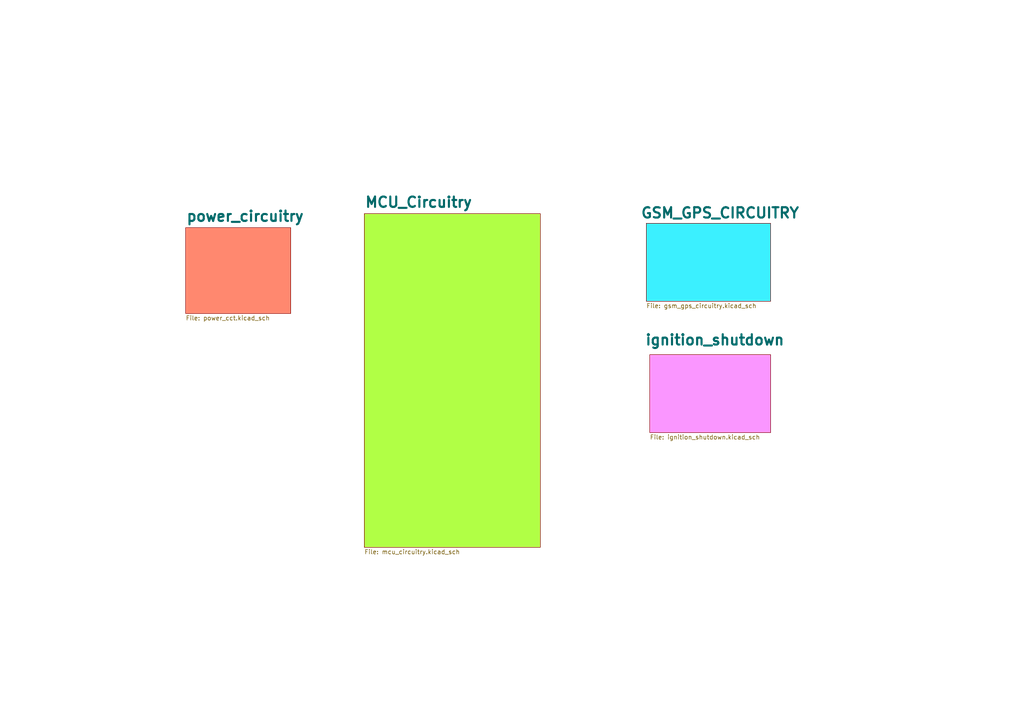
<source format=kicad_sch>
(kicad_sch
	(version 20231120)
	(generator "eeschema")
	(generator_version "8.0")
	(uuid "e965264a-f996-41d3-8e97-7c7ade1a6671")
	(paper "A4")
	(lib_symbols)
	(sheet
		(at 187.452 64.77)
		(size 36.068 22.606)
		(stroke
			(width 0.1524)
			(type solid)
		)
		(fill
			(color 59 240 255 1.0000)
		)
		(uuid "6a2bff9f-2193-4ef2-bb02-794c8fd55233")
		(property "Sheetname" "GSM_GPS_CIRCUITRY"
			(at 185.674 63.5 0)
			(effects
				(font
					(size 3 3)
					(bold yes)
				)
				(justify left bottom)
			)
		)
		(property "Sheetfile" "gsm_gps_circuitry.kicad_sch"
			(at 187.452 87.9606 0)
			(effects
				(font
					(size 1.27 1.27)
				)
				(justify left top)
			)
		)
		(instances
			(project "TraxXturE_board"
				(path "/cd5d5232-08d3-4747-89bb-fcb3f89047c4/5173b832-d4b5-4b10-8aab-90d322e47ea7"
					(page "2")
				)
			)
		)
	)
	(sheet
		(at 105.664 61.976)
		(size 51.054 96.774)
		(fields_autoplaced yes)
		(stroke
			(width 0.1524)
			(type solid)
		)
		(fill
			(color 177 255 69 1.0000)
		)
		(uuid "ba9c0e12-c623-4e72-981d-270c70e45671")
		(property "Sheetname" "MCU_Circuitry"
			(at 105.664 60.3994 0)
			(effects
				(font
					(size 3 3)
					(bold yes)
				)
				(justify left bottom)
			)
		)
		(property "Sheetfile" "mcu_circuitry.kicad_sch"
			(at 105.664 159.3346 0)
			(effects
				(font
					(size 1.27 1.27)
				)
				(justify left top)
			)
		)
		(instances
			(project "TraxXturE_board"
				(path "/cd5d5232-08d3-4747-89bb-fcb3f89047c4/5173b832-d4b5-4b10-8aab-90d322e47ea7"
					(page "3")
				)
			)
		)
	)
	(sheet
		(at 53.848 66.04)
		(size 30.48 24.892)
		(fields_autoplaced yes)
		(stroke
			(width 0.1524)
			(type solid)
		)
		(fill
			(color 255 136 111 1.0000)
		)
		(uuid "e8d1dbbe-c85e-4616-984f-d4cb58b42090")
		(property "Sheetname" "power_circuitry"
			(at 53.848 64.4634 0)
			(effects
				(font
					(size 3 3)
					(bold yes)
				)
				(justify left bottom)
			)
		)
		(property "Sheetfile" "power_cct.kicad_sch"
			(at 53.848 91.5166 0)
			(effects
				(font
					(size 1.27 1.27)
				)
				(justify left top)
			)
		)
		(instances
			(project "TraxXturE_board"
				(path "/cd5d5232-08d3-4747-89bb-fcb3f89047c4/5173b832-d4b5-4b10-8aab-90d322e47ea7"
					(page "5")
				)
			)
		)
	)
	(sheet
		(at 188.468 102.87)
		(size 35.052 22.606)
		(stroke
			(width 0.1524)
			(type solid)
		)
		(fill
			(color 250 150 255 1.0000)
		)
		(uuid "faac3b25-99fd-4bb4-a9ac-1d5ff3d7bce1")
		(property "Sheetname" "ignition_shutdown"
			(at 186.944 100.33 0)
			(effects
				(font
					(size 3 3)
					(bold yes)
				)
				(justify left bottom)
			)
		)
		(property "Sheetfile" "ignition_shutdown.kicad_sch"
			(at 188.468 126.0606 0)
			(effects
				(font
					(size 1.27 1.27)
				)
				(justify left top)
			)
		)
		(property "Field2" ""
			(at 188.468 102.87 0)
			(effects
				(font
					(size 1.27 1.27)
				)
				(hide yes)
			)
		)
		(instances
			(project "TraxXturE_board"
				(path "/cd5d5232-08d3-4747-89bb-fcb3f89047c4/5173b832-d4b5-4b10-8aab-90d322e47ea7"
					(page "4")
				)
			)
		)
	)
)

</source>
